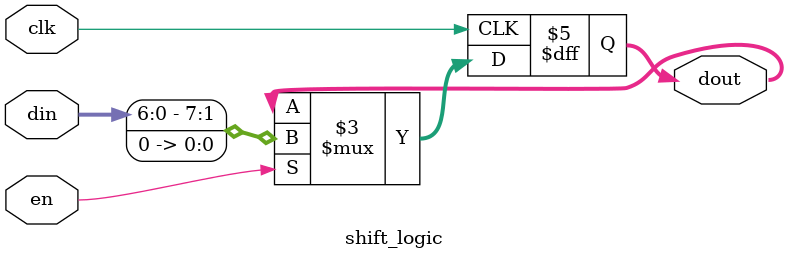
<source format=sv>

module shift_enable_chain #(parameter WIDTH=8) (
    input clk,
    input en,
    input [WIDTH-1:0] din,
    output [WIDTH-1:0] dout
);

    // Internal signal declarations
    wire [WIDTH-1:0] din_reg_out;

    // Data Register Submodule: Latches din when enable is high
    data_register #(.WIDTH(WIDTH)) u_data_register (
        .clk    (clk),
        .en     (en),
        .din    (din),
        .dout   (din_reg_out)
    );

    // Shift Logic Submodule: Shifts the registered data left by 1 and inserts 0 at LSB
    shift_logic #(.WIDTH(WIDTH)) u_shift_logic (
        .clk    (clk),
        .en     (en),
        .din    (din_reg_out),
        .dout   (dout)
    );

endmodule

// -----------------------------------------------------------------------------
// Data Register Submodule
// Latches input data into output register when enable is high.
// -----------------------------------------------------------------------------
module data_register #(parameter WIDTH=8) (
    input clk,
    input en,
    input [WIDTH-1:0] din,
    output reg [WIDTH-1:0] dout
);
    always @(posedge clk) begin
        if (en)
            dout <= din;
        else
            dout <= dout;
    end
endmodule

// -----------------------------------------------------------------------------
// Shift Logic Submodule
// Shifts input data left by 1 bit, inserts 0 at LSB, updates on enable.
// -----------------------------------------------------------------------------
module shift_logic #(parameter WIDTH=8) (
    input clk,
    input en,
    input [WIDTH-1:0] din,
    output reg [WIDTH-1:0] dout
);
    always @(posedge clk) begin
        if (en)
            dout <= {din[WIDTH-2:0], 1'b0};
        else
            dout <= dout;
    end
endmodule
</source>
